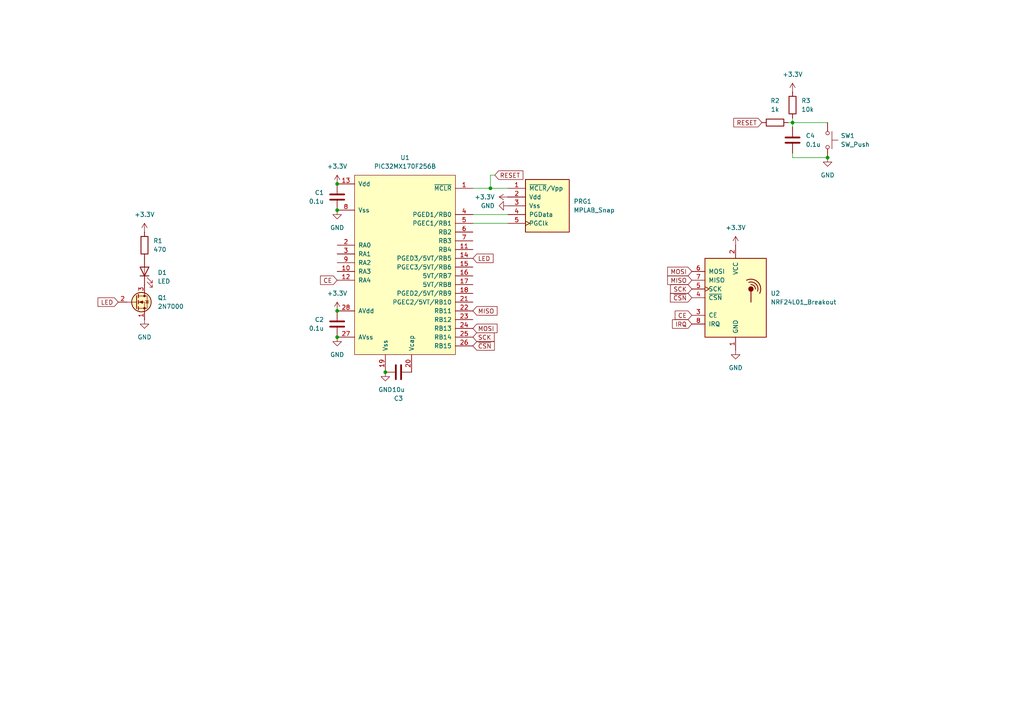
<source format=kicad_sch>
(kicad_sch (version 20231120) (generator "eeschema") (generator_version "8.0")
  (paper "A4")
  (lib_symbols
    (symbol "Device:C" (pin_numbers hide) (pin_names (offset 0.254))
      (property "Reference" "C" (at 0.635 2.54 0))
      (property "Value" "C" (at 0.635 -2.54 0))
      (symbol "C_0_1"
        (polyline (pts (xy -2.032 -0.762) (xy 2.032 -0.762)) (stroke (width 0.508)))
        (polyline (pts (xy -2.032 0.762) (xy 2.032 0.762)) (stroke (width 0.508)))
      )
      (symbol "C_1_1"
        (pin passive line (at 0 3.81 270) (length 2.794) (name "~") (number "1"))
        (pin passive line (at 0 -3.81 90) (length 2.794) (name "~") (number "2"))
      )
    )
    (symbol "Device:LED" (pin_numbers hide) (pin_names (offset 1.016) hide)
      (property "Reference" "D" (at 0 2.54 0))
      (property "Value" "LED" (at 0 -2.54 0))
      (symbol "LED_0_1"
        (polyline (pts (xy -1.27 -1.27) (xy -1.27 1.27)) (stroke (width 0.254)))
        (polyline (pts (xy -1.27 0) (xy 1.27 0)))
        (polyline (pts (xy 1.27 -1.27) (xy 1.27 1.27) (xy -1.27 0) (xy 1.27 -1.27)) (stroke (width 0.254)))
        (polyline (pts (xy -3.048 -0.762) (xy -4.572 -2.286) (xy -3.81 -2.286) (xy -4.572 -2.286) (xy -4.572 -1.524)))
        (polyline (pts (xy -1.778 -0.762) (xy -3.302 -2.286) (xy -2.54 -2.286) (xy -3.302 -2.286) (xy -3.302 -1.524)))
      )
      (symbol "LED_1_1"
        (pin passive line (at -3.81 0 0) (length 2.54) (name "K") (number "1"))
        (pin passive line (at 3.81 0 180) (length 2.54) (name "A") (number "2"))
      )
    )
    (symbol "Device:R" (pin_numbers hide) (pin_names (offset 0))
      (property "Reference" "R" (at 2.032 0 90))
      (property "Value" "R" (at 0 0 90))
      (symbol "R_0_1"
        (rectangle (start -1.016 -2.54) (end 1.016 2.54) (stroke (width 0.254)))
      )
      (symbol "R_1_1"
        (pin passive line (at 0 3.81 270) (length 1.27) (name "~") (number "1"))
        (pin passive line (at 0 -3.81 90) (length 1.27) (name "~") (number "2"))
      )
    )
    (symbol "ME218_BaseLib:2N7000" (pin_names (offset 0) hide)
      (property "Reference" "Q" (at 5.08 1.905 0))
      (property "Value" "2N7000" (at 5.08 0 0))
      (symbol "2N7000_0_1"
        (polyline (pts (xy -2.54 0) (xy 0.254 0)))
        (polyline (pts (xy 0.762 -1.778) (xy 2.54 -1.778)))
        (polyline (pts (xy 0.762 -1.27) (xy 0.762 -2.286)) (stroke (width 0.254)))
        (polyline (pts (xy 0.762 0) (xy 2.54 0)))
        (polyline (pts (xy 0.762 0.508) (xy 0.762 -0.508)) (stroke (width 0.254)))
        (polyline (pts (xy 0.762 1.778) (xy 2.54 1.778)))
        (polyline (pts (xy 0.762 2.286) (xy 0.762 1.27)) (stroke (width 0.254)))
        (polyline (pts (xy 2.54 -1.778) (xy 2.54 -2.54)))
        (polyline (pts (xy 2.54 -1.778) (xy 2.54 0)))
        (polyline (pts (xy 2.54 2.54) (xy 2.54 1.778)))
        (polyline (pts (xy 0.254 1.905) (xy 0.254 -1.905) (xy 0.254 -1.905)) (stroke (width 0.254)))
        (polyline (pts (xy 1.016 0) (xy 2.032 0.381) (xy 2.032 -0.381) (xy 1.016 0)) (fill (type outline)))
        (polyline (pts (xy 2.54 -1.778) (xy 3.302 -1.778) (xy 3.302 1.778) (xy 2.54 1.778)))
        (polyline (pts (xy 2.794 0.508) (xy 2.921 0.381) (xy 3.683 0.381) (xy 3.81 0.254)))
        (polyline (pts (xy 3.302 0.381) (xy 2.921 -0.254) (xy 3.683 -0.254) (xy 3.302 0.381)))
        (circle (center 1.651 0) (radius 2.8194) (stroke (width 0.254)) (fill (type background)))
        (circle (center 2.54 -1.778) (radius 0.2794) (fill (type outline)))
        (circle (center 2.54 1.778) (radius 0.2794) (fill (type outline)))
      )
      (symbol "2N7000_1_1"
        (pin passive line (at 2.54 -5.08 90) (length 2.54) (name "S") (number "1"))
        (pin input line (at -5.08 0 0) (length 2.54) (name "G") (number "2"))
        (pin passive line (at 2.54 5.08 270) (length 2.54) (name "D") (number "3"))
      )
    )
    (symbol "ME218_BaseLib:MPLAB_Snap" (pin_names (offset 1.016))
      (property "Reference" "PRG" (at 0 8.89 0))
      (property "Value" "MPLAB_Snap" (at 8.89 1.27 90))
      (symbol "MPLAB_Snap_0_1"
        (rectangle (start -6.35 7.62) (end 6.35 -7.62) (stroke (width 0.254)) (fill (type background)))
      )
      (symbol "MPLAB_Snap_1_1"
        (pin output line (at -11.43 5.08 0) (length 5.08) (name "~{MCLR}/Vpp") (number "1"))
        (pin input line (at -11.43 2.54 0) (length 5.08) (name "Vdd") (number "2"))
        (pin input line (at -11.43 0 0) (length 5.08) (name "Vss") (number "3"))
        (pin bidirectional line (at -11.43 -2.54 0) (length 5.08) (name "PGData") (number "4"))
        (pin output clock (at -11.43 -5.08 0) (length 5.08) (name "PGClk") (number "5"))
        (pin no_connect line (at -2.54 -11.43 0) (length 5.08) hide (name "NC") (number "6"))
        (pin no_connect line (at -2.54 -13.97 0) (length 5.08) hide (name "NC") (number "7"))
        (pin no_connect line (at -2.54 -16.51 0) (length 5.08) hide (name "NC") (number "8"))
      )
    )
    (symbol "ME218_BaseLib:PIC32MX170F256B" (pin_names (offset 1.016))
      (property "Reference" "U1" (at -6.985 29.21 0))
      (property "Value" "PIC32MX170F256B" (at -6.985 26.67 0))
      (symbol "PIC32MX170F256B_0_1"
        (rectangle (start -21.59 24.13) (end 7.62 -27.94) (fill (type background)))
      )
      (symbol "PIC32MX170F256B_1_1"
        (pin input line (at 12.7 20.32 180) (length 5.08) (name "~{MCLR}") (number "1"))
        (pin bidirectional line (at -26.67 -3.81 0) (length 5.08) (name "RA3") (number "10"))
        (pin bidirectional line (at 12.7 2.54 180) (length 5.08) (name "RB4") (number "11"))
        (pin bidirectional line (at -26.67 -6.35 0) (length 5.08) (name "RA4") (number "12"))
        (pin power_in line (at -26.67 21.59 0) (length 5.08) (name "Vdd") (number "13"))
        (pin bidirectional line (at 12.7 0 180) (length 5.08) (name "PGED3/5VT/RB5") (number "14"))
        (pin bidirectional line (at 12.7 -2.54 180) (length 5.08) (name "PGEC3/5VT/RB6") (number "15"))
        (pin bidirectional line (at 12.7 -5.08 180) (length 5.08) (name "5VT/RB7") (number "16"))
        (pin bidirectional line (at 12.7 -7.62 180) (length 5.08) (name "5VT/RB8") (number "17"))
        (pin bidirectional line (at 12.7 -10.16 180) (length 5.08) (name "PGED2/5VT/RB9") (number "18"))
        (pin power_in line (at -12.7 -33.02 90) (length 5.08) (name "Vss") (number "19"))
        (pin bidirectional line (at -26.67 3.81 0) (length 5.08) (name "RA0") (number "2"))
        (pin input line (at -5.08 -33.02 90) (length 5.08) (name "Vcap") (number "20"))
        (pin bidirectional line (at 12.7 -12.7 180) (length 5.08) (name "PGEC2/5VT/RB10") (number "21"))
        (pin bidirectional line (at 12.7 -15.24 180) (length 5.08) (name "RB11") (number "22"))
        (pin bidirectional line (at 12.7 -17.78 180) (length 5.08) (name "RB12") (number "23"))
        (pin bidirectional line (at 12.7 -20.32 180) (length 5.08) (name "RB13") (number "24"))
        (pin bidirectional line (at 12.7 -22.86 180) (length 5.08) (name "RB14") (number "25"))
        (pin bidirectional line (at 12.7 -25.4 180) (length 5.08) (name "RB15") (number "26"))
        (pin power_in line (at -26.67 -22.86 0) (length 5.08) (name "AVss") (number "27"))
        (pin power_in line (at -26.67 -15.24 0) (length 5.08) (name "AVdd") (number "28"))
        (pin bidirectional line (at -26.67 1.27 0) (length 5.08) (name "RA1") (number "3"))
        (pin bidirectional line (at 12.7 12.7 180) (length 5.08) (name "PGED1/RB0") (number "4"))
        (pin bidirectional line (at 12.7 10.16 180) (length 5.08) (name "PGEC1/RB1") (number "5"))
        (pin bidirectional line (at 12.7 7.62 180) (length 5.08) (name "RB2") (number "6"))
        (pin bidirectional line (at 12.7 5.08 180) (length 5.08) (name "RB3") (number "7"))
        (pin power_in line (at -26.67 13.97 0) (length 5.08) (name "Vss") (number "8"))
        (pin bidirectional line (at -26.67 -1.27 0) (length 5.08) (name "RA2") (number "9"))
      )
    )
    (symbol "RF:NRF24L01_Breakout" (pin_names (offset 1.016))
      (property "Reference" "U" (at -8.89 12.7 0))
      (property "Value" "NRF24L01_Breakout" (at 3.81 12.7 0))
      (symbol "NRF24L01_Breakout_0_1"
        (rectangle (start -8.89 11.43) (end 8.89 -11.43) (stroke (width 0.254)) (fill (type background)))
        (polyline (pts (xy 4.445 1.905) (xy 4.445 -1.27)) (stroke (width 0.254)))
        (circle (center 4.445 2.54) (radius 0.635) (stroke (width 0.254)) (fill (type outline)))
        (arc (start 5.715 2.54) (mid 5.3521 3.4546) (end 4.445 3.81) (stroke (width 0.254)))
        (arc (start 6.35 1.905) (mid 5.8763 3.9854) (end 3.81 4.445) (stroke (width 0.254)))
        (arc (start 6.985 1.27) (mid 6.453 4.548) (end 3.175 5.08) (stroke (width 0.254)))
      )
      (symbol "NRF24L01_Breakout_1_1"
        (pin power_in line (at 0 -15.24 90) (length 3.81) (name "GND") (number "1"))
        (pin power_in line (at 0 15.24 270) (length 3.81) (name "VCC") (number "2"))
        (pin input line (at -12.7 -5.08 0) (length 3.81) (name "CE") (number "3"))
        (pin input line (at -12.7 0 0) (length 3.81) (name "~{CSN}") (number "4"))
        (pin input clock (at -12.7 2.54 0) (length 3.81) (name "SCK") (number "5"))
        (pin input line (at -12.7 7.62 0) (length 3.81) (name "MOSI") (number "6"))
        (pin output line (at -12.7 5.08 0) (length 3.81) (name "MISO") (number "7"))
        (pin output line (at -12.7 -7.62 0) (length 3.81) (name "IRQ") (number "8"))
      )
    )
    (symbol "Switch:SW_Push" (pin_numbers hide) (pin_names (offset 1.016) hide)
      (property "Reference" "SW" (at 1.27 2.54 0))
      (property "Value" "SW_Push" (at 0 -1.524 0))
      (symbol "SW_Push_0_1"
        (circle (center -2.032 0) (radius 0.508))
        (polyline (pts (xy 0 1.27) (xy 0 3.048)))
        (polyline (pts (xy 2.54 1.27) (xy -2.54 1.27)))
        (circle (center 2.032 0) (radius 0.508))
        (pin passive line (at -5.08 0 0) (length 2.54) (name "1") (number "1"))
        (pin passive line (at 5.08 0 180) (length 2.54) (name "2") (number "2"))
      )
    )
    (symbol "power:+3.3V" (power) (pin_numbers hide) (pin_names (offset 0) hide)
      (property "Value" "+3.3V" (at 0 3.556 0))
      (symbol "+3.3V_0_1"
        (polyline (pts (xy -0.762 1.27) (xy 0 2.54)))
        (polyline (pts (xy 0 0) (xy 0 2.54)))
        (polyline (pts (xy 0 2.54) (xy 0.762 1.27)))
      )
      (symbol "+3.3V_1_1"
        (pin power_in line (at 0 0 90) (length 0) (name "~") (number "1"))
      )
    )
    (symbol "power:GND" (power) (pin_numbers hide) (pin_names (offset 0) hide)
      (property "Value" "GND" (at 0 -3.81 0))
      (symbol "GND_0_1"
        (polyline (pts (xy 0 0) (xy 0 -1.27) (xy 1.27 -1.27) (xy 0 -2.54) (xy -1.27 -1.27) (xy 0 -1.27)))
      )
      (symbol "GND_1_1"
        (pin power_in line (at 0 0 270) (length 0) (name "~") (number "1"))
      )
    )
  )
  (junction (at 97.79 53.34))
  (junction (at 111.76 107.95))
  (junction (at 240.03 45.72))
  (junction (at 97.79 90.17))
  (junction (at 142.24 54.61))
  (junction (at 97.79 60.96))
  (junction (at 229.87 35.56))
  (junction (at 97.79 97.79))
  (wire (pts (xy 229.87 34.29) (xy 229.87 35.56)))
  (wire (pts (xy 229.87 35.56) (xy 229.87 36.83)))
  (wire (pts (xy 142.24 50.8) (xy 143.51 50.8)))
  (wire (pts (xy 142.24 54.61) (xy 147.32 54.61)))
  (wire (pts (xy 229.87 44.45) (xy 229.87 45.72)))
  (wire (pts (xy 137.16 54.61) (xy 142.24 54.61)))
  (wire (pts (xy 229.87 45.72) (xy 240.03 45.72)))
  (wire (pts (xy 228.6 35.56) (xy 229.87 35.56)))
  (wire (pts (xy 142.24 50.8) (xy 142.24 54.61)))
  (wire (pts (xy 147.32 64.77) (xy 137.16 64.77)))
  (wire (pts (xy 229.87 35.56) (xy 240.03 35.56)))
  (wire (pts (xy 147.32 62.23) (xy 137.16 62.23)))
  (global_label "LED" (shape input) (at 137.16 74.93 0) (property "Intersheetrefs" "${INTERSHEET_REFS}" (effects (hide yes))))
  (global_label "SCK" (shape input) (at 200.66 83.82 180) (property "Intersheetrefs" "${INTERSHEET_REFS}" (effects (hide yes))))
  (global_label "RESET" (shape input) (at 143.51 50.8 0) (property "Intersheetrefs" "${INTERSHEET_REFS}" (effects (hide yes))))
  (global_label "LED" (shape input) (at 34.29 87.63 180) (property "Intersheetrefs" "${INTERSHEET_REFS}" (effects (hide yes))))
  (global_label "RESET" (shape input) (at 220.98 35.56 180) (property "Intersheetrefs" "${INTERSHEET_REFS}" (effects (hide yes))))
  (global_label "~{CSN}" (shape input) (at 200.66 86.36 180) (property "Intersheetrefs" "${INTERSHEET_REFS}" (effects (hide yes))))
  (global_label "CE" (shape input) (at 97.79 81.28 180) (property "Intersheetrefs" "${INTERSHEET_REFS}" (effects (hide yes))))
  (global_label "MOSI" (shape input) (at 200.66 78.74 180) (property "Intersheetrefs" "${INTERSHEET_REFS}" (effects (hide yes))))
  (global_label "MISO" (shape input) (at 137.16 90.17 0) (property "Intersheetrefs" "${INTERSHEET_REFS}" (effects (hide yes))))
  (global_label "~{CSN}" (shape input) (at 137.16 100.33 0) (property "Intersheetrefs" "${INTERSHEET_REFS}" (effects (hide yes))))
  (global_label "SCK" (shape input) (at 137.16 97.79 0) (property "Intersheetrefs" "${INTERSHEET_REFS}" (effects (hide yes))))
  (global_label "CE" (shape input) (at 200.66 91.44 180) (property "Intersheetrefs" "${INTERSHEET_REFS}" (effects (hide yes))))
  (global_label "MISO" (shape input) (at 200.66 81.28 180) (property "Intersheetrefs" "${INTERSHEET_REFS}" (effects (hide yes))))
  (global_label "MOSI" (shape input) (at 137.16 95.25 0) (property "Intersheetrefs" "${INTERSHEET_REFS}" (effects (hide yes))))
  (global_label "IRQ" (shape input) (at 200.66 93.98 180) (property "Intersheetrefs" "${INTERSHEET_REFS}" (effects (hide yes))))
  (symbol (lib_id "power:+3.3V") (at 97.79 53.34 0) (unit 1)
    (property "Reference" "#PWR01" (effects (hide yes)))
    (property "Value" "+3.3V" (at 97.79 48.26 0))
    (property "Description" "Power symbol creates a global label with name \"+3.3V\"" (effects (hide yes)))
  )
  (symbol (lib_id "Switch:SW_Push") (at 240.03 40.64 270) (unit 1)
    (property "Reference" "SW1" (at 243.84 39.3699 90) (effects (justify left)))
    (property "Value" "SW_Push" (at 243.84 41.9099 90) (effects (justify left)))
    (property "Description" "Push button switch, generic, two pins" (effects (hide yes)))
  )
  (symbol (lib_id "Device:C") (at 97.79 57.15 0) (mirror x) (unit 1)
    (property "Reference" "C1" (at 93.98 55.8799 0) (effects (justify right)))
    (property "Value" "0.1u" (at 93.98 58.4199 0) (effects (justify right)))
    (property "Description" "Unpolarized capacitor" (effects (hide yes)))
  )
  (symbol (lib_id "power:+3.3V") (at 147.32 57.15 90) (unit 1)
    (property "Reference" "#PWR012" (effects (hide yes)))
    (property "Value" "+3.3V" (at 143.51 57.1499 90) (effects (justify left)))
    (property "Description" "Power symbol creates a global label with name \"+3.3V\"" (effects (hide yes)))
  )
  (symbol (lib_id "power:GND") (at 111.76 107.95 0) (unit 1)
    (property "Reference" "#PWR07" (effects (hide yes)))
    (property "Value" "GND" (at 111.76 113.03 0))
    (property "Description" "Power symbol creates a global label with name \"GND\" , ground" (effects (hide yes)))
  )
  (symbol (lib_id "power:GND") (at 41.91 92.71 0) (unit 1)
    (property "Reference" "#PWR08" (effects (hide yes)))
    (property "Value" "GND" (at 41.91 97.79 0))
    (property "Description" "Power symbol creates a global label with name \"GND\" , ground" (effects (hide yes)))
  )
  (symbol (lib_id "power:GND") (at 213.36 101.6 0) (unit 1)
    (property "Reference" "#PWR04" (effects (hide yes)))
    (property "Value" "GND" (at 213.36 106.68 0))
    (property "Description" "Power symbol creates a global label with name \"GND\" , ground" (effects (hide yes)))
  )
  (symbol (lib_id "ME218_BaseLib:PIC32MX170F256B") (at 124.46 74.93 0) (unit 1)
    (property "Reference" "U1" (at 117.475 45.72 0))
    (property "Value" "PIC32MX170F256B" (at 117.475 48.26 0))
  )
  (symbol (lib_id "Device:LED") (at 41.91 78.74 90) (unit 1)
    (property "Reference" "D1" (at 45.72 79.0574 90) (effects (justify right)))
    (property "Value" "LED" (at 45.72 81.5974 90) (effects (justify right)))
    (property "Description" "Light emitting diode" (effects (hide yes)))
  )
  (symbol (lib_id "ME218_BaseLib:MPLAB_Snap") (at 158.75 59.69 0) (unit 1)
    (property "Reference" "PRG1" (at 166.37 58.4199 0) (effects (justify left)))
    (property "Value" "MPLAB_Snap" (at 166.37 60.9599 0) (effects (justify left)))
  )
  (symbol (lib_id "power:GND") (at 97.79 97.79 0) (unit 1)
    (property "Reference" "#PWR06" (effects (hide yes)))
    (property "Value" "GND" (at 97.79 102.87 0))
    (property "Description" "Power symbol creates a global label with name \"GND\" , ground" (effects (hide yes)))
  )
  (symbol (lib_id "power:+3.3V") (at 97.79 90.17 0) (unit 1)
    (property "Reference" "#PWR02" (effects (hide yes)))
    (property "Value" "+3.3V" (at 97.79 85.09 0))
    (property "Description" "Power symbol creates a global label with name \"+3.3V\"" (effects (hide yes)))
  )
  (symbol (lib_id "Device:R") (at 41.91 71.12 0) (unit 1)
    (property "Reference" "R1" (at 44.45 69.8499 0) (effects (justify left)))
    (property "Value" "470" (at 44.45 72.3899 0) (effects (justify left)))
    (property "Description" "Resistor" (effects (hide yes)))
  )
  (symbol (lib_id "Device:R") (at 224.79 35.56 90) (unit 1)
    (property "Reference" "R2" (at 224.79 29.21 90))
    (property "Value" "1k" (at 224.79 31.75 90))
    (property "Description" "Resistor" (effects (hide yes)))
  )
  (symbol (lib_id "power:+3.3V") (at 213.36 71.12 0) (unit 1)
    (property "Reference" "#PWR03" (effects (hide yes)))
    (property "Value" "+3.3V" (at 213.36 66.04 0))
    (property "Description" "Power symbol creates a global label with name \"+3.3V\"" (effects (hide yes)))
  )
  (symbol (lib_id "power:+3.3V") (at 41.91 67.31 0) (unit 1)
    (property "Reference" "#PWR09" (effects (hide yes)))
    (property "Value" "+3.3V" (at 41.91 62.23 0))
    (property "Description" "Power symbol creates a global label with name \"+3.3V\"" (effects (hide yes)))
  )
  (symbol (lib_id "Device:C") (at 115.57 107.95 270) (mirror x) (unit 1)
    (property "Reference" "C3" (at 115.57 115.57 90))
    (property "Value" "10u" (at 115.57 113.03 90))
    (property "Description" "Unpolarized capacitor" (effects (hide yes)))
  )
  (symbol (lib_id "Device:R") (at 229.87 30.48 180) (unit 1)
    (property "Reference" "R3" (at 232.41 29.2099 0) (effects (justify right)))
    (property "Value" "10k" (at 232.41 31.7499 0) (effects (justify right)))
    (property "Description" "Resistor" (effects (hide yes)))
  )
  (symbol (lib_id "RF:NRF24L01_Breakout") (at 213.36 86.36 0) (unit 1)
    (property "Reference" "U2" (at 223.52 85.0899 0) (effects (justify left)))
    (property "Value" "NRF24L01_Breakout" (at 223.52 87.6299 0) (effects (justify left)))
    (property "Footprint" "RF_Module:nRF24L01_Breakout" (effects (hide yes)))
    (property "Datasheet" "http://www.nordicsemi.com/eng/content/download/2730/34105/file/nRF24L01_Product_Specification_v2_0.pdf" (effects (hide yes)))
    (property "Description" "Ultra low power 2.4GHz RF Transceiver, Carrier PCB" (effects (hide yes)))
  )
  (symbol (lib_id "power:+3.3V") (at 229.87 26.67 0) (unit 1)
    (property "Reference" "#PWR010" (effects (hide yes)))
    (property "Value" "+3.3V" (at 229.87 21.59 0))
    (property "Description" "Power symbol creates a global label with name \"+3.3V\"" (effects (hide yes)))
  )
  (symbol (lib_id "ME218_BaseLib:2N7000") (at 39.37 87.63 0) (unit 1)
    (property "Reference" "Q1" (at 45.72 86.3599 0) (effects (justify left)))
    (property "Value" "2N7000" (at 45.72 88.8999 0) (effects (justify left)))
    (property "Footprint" "Package_TO_SOT_THT:TO-92_Inline" (effects (hide yes)))
  )
  (symbol (lib_id "Device:C") (at 97.79 93.98 0) (mirror x) (unit 1)
    (property "Reference" "C2" (at 93.98 92.7099 0) (effects (justify right)))
    (property "Value" "0.1u" (at 93.98 95.2499 0) (effects (justify right)))
    (property "Description" "Unpolarized capacitor" (effects (hide yes)))
  )
  (symbol (lib_id "power:GND") (at 147.32 59.69 270) (unit 1)
    (property "Reference" "#PWR013" (effects (hide yes)))
    (property "Value" "GND" (at 143.51 59.6899 90) (effects (justify right)))
    (property "Description" "Power symbol creates a global label with name \"GND\" , ground" (effects (hide yes)))
  )
  (symbol (lib_id "power:GND") (at 97.79 60.96 0) (unit 1)
    (property "Reference" "#PWR05" (effects (hide yes)))
    (property "Value" "GND" (at 97.79 66.04 0))
    (property "Description" "Power symbol creates a global label with name \"GND\" , ground" (effects (hide yes)))
  )
  (symbol (lib_id "power:GND") (at 240.03 45.72 0) (unit 1)
    (property "Reference" "#PWR011" (effects (hide yes)))
    (property "Value" "GND" (at 240.03 50.8 0))
    (property "Description" "Power symbol creates a global label with name \"GND\" , ground" (effects (hide yes)))
  )
  (symbol (lib_id "Device:C") (at 229.87 40.64 0) (unit 1)
    (property "Reference" "C4" (at 233.68 39.3699 0) (effects (justify left)))
    (property "Value" "0.1u" (at 233.68 41.9099 0) (effects (justify left)))
    (property "Description" "Unpolarized capacitor" (effects (hide yes)))
  )
)
</source>
